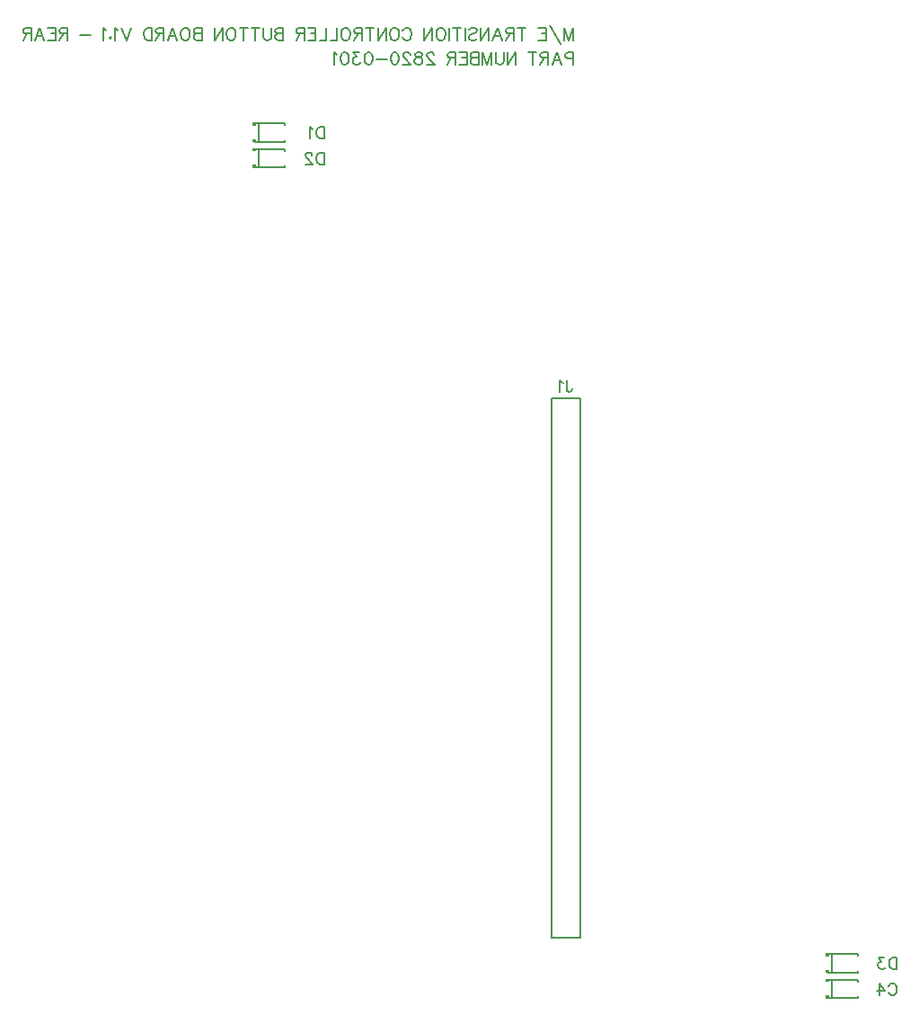
<source format=gbo>
G04 Layer: BottomSilkscreenLayer*
G04 EasyEDA v6.5.29, 2023-07-18 10:18:03*
G04 90495d7994f342159c24a82f0dd90fb3,5a6b42c53f6a479593ecc07194224c93,10*
G04 Gerber Generator version 0.2*
G04 Scale: 100 percent, Rotated: No, Reflected: No *
G04 Dimensions in millimeters *
G04 leading zeros omitted , absolute positions ,4 integer and 5 decimal *
%FSLAX45Y45*%
%MOMM*%

%ADD10C,0.2032*%
%ADD11C,0.1524*%

%LPD*%
D10*
X6007087Y11551066D02*
G01*
X6007087Y11436522D01*
X6007087Y11551066D02*
G01*
X5963450Y11436522D01*
X5919815Y11551066D02*
G01*
X5963450Y11436522D01*
X5919815Y11551066D02*
G01*
X5919815Y11436522D01*
X5785632Y11572885D02*
G01*
X5883816Y11398341D01*
X5749632Y11551066D02*
G01*
X5749632Y11436522D01*
X5749632Y11551066D02*
G01*
X5678723Y11551066D01*
X5749632Y11496522D02*
G01*
X5705998Y11496522D01*
X5749632Y11436522D02*
G01*
X5678723Y11436522D01*
X5520542Y11551066D02*
G01*
X5520542Y11436522D01*
X5558723Y11551066D02*
G01*
X5482361Y11551066D01*
X5446361Y11551066D02*
G01*
X5446361Y11436522D01*
X5446361Y11551066D02*
G01*
X5397271Y11551066D01*
X5380906Y11545613D01*
X5375452Y11540159D01*
X5369996Y11529250D01*
X5369996Y11518341D01*
X5375452Y11507431D01*
X5380906Y11501976D01*
X5397271Y11496522D01*
X5446361Y11496522D01*
X5408178Y11496522D02*
G01*
X5369996Y11436522D01*
X5290360Y11551066D02*
G01*
X5333997Y11436522D01*
X5290360Y11551066D02*
G01*
X5246725Y11436522D01*
X5317634Y11474704D02*
G01*
X5263088Y11474704D01*
X5210726Y11551066D02*
G01*
X5210726Y11436522D01*
X5210726Y11551066D02*
G01*
X5134361Y11436522D01*
X5134361Y11551066D02*
G01*
X5134361Y11436522D01*
X5021999Y11534703D02*
G01*
X5032908Y11545613D01*
X5049271Y11551066D01*
X5071089Y11551066D01*
X5087452Y11545613D01*
X5098361Y11534703D01*
X5098361Y11523794D01*
X5092908Y11512885D01*
X5087452Y11507431D01*
X5076543Y11501976D01*
X5043817Y11491066D01*
X5032908Y11485613D01*
X5027452Y11480159D01*
X5021999Y11469250D01*
X5021999Y11452885D01*
X5032908Y11441977D01*
X5049271Y11436522D01*
X5071089Y11436522D01*
X5087452Y11441977D01*
X5098361Y11452885D01*
X4985999Y11551066D02*
G01*
X4985999Y11436522D01*
X4911816Y11551066D02*
G01*
X4911816Y11436522D01*
X4949997Y11551066D02*
G01*
X4873635Y11551066D01*
X4837635Y11551066D02*
G01*
X4837635Y11436522D01*
X4768908Y11551066D02*
G01*
X4779817Y11545613D01*
X4790727Y11534703D01*
X4796180Y11523794D01*
X4801636Y11507431D01*
X4801636Y11480159D01*
X4796180Y11463794D01*
X4790727Y11452885D01*
X4779817Y11441977D01*
X4768908Y11436522D01*
X4747089Y11436522D01*
X4736180Y11441977D01*
X4725271Y11452885D01*
X4719817Y11463794D01*
X4714361Y11480159D01*
X4714361Y11507431D01*
X4719817Y11523794D01*
X4725271Y11534703D01*
X4736180Y11545613D01*
X4747089Y11551066D01*
X4768908Y11551066D01*
X4678362Y11551066D02*
G01*
X4678362Y11436522D01*
X4678362Y11551066D02*
G01*
X4601999Y11436522D01*
X4601999Y11551066D02*
G01*
X4601999Y11436522D01*
X4400181Y11523794D02*
G01*
X4405635Y11534703D01*
X4416544Y11545613D01*
X4427453Y11551066D01*
X4449272Y11551066D01*
X4460181Y11545613D01*
X4471090Y11534703D01*
X4476544Y11523794D01*
X4482000Y11507431D01*
X4482000Y11480159D01*
X4476544Y11463794D01*
X4471090Y11452885D01*
X4460181Y11441977D01*
X4449272Y11436522D01*
X4427453Y11436522D01*
X4416544Y11441977D01*
X4405635Y11452885D01*
X4400181Y11463794D01*
X4331454Y11551066D02*
G01*
X4342363Y11545613D01*
X4353272Y11534703D01*
X4358726Y11523794D01*
X4364182Y11507431D01*
X4364182Y11480159D01*
X4358726Y11463794D01*
X4353272Y11452885D01*
X4342363Y11441977D01*
X4331454Y11436522D01*
X4309635Y11436522D01*
X4298726Y11441977D01*
X4287817Y11452885D01*
X4282363Y11463794D01*
X4276907Y11480159D01*
X4276907Y11507431D01*
X4282363Y11523794D01*
X4287817Y11534703D01*
X4298726Y11545613D01*
X4309635Y11551066D01*
X4331454Y11551066D01*
X4240908Y11551066D02*
G01*
X4240908Y11436522D01*
X4240908Y11551066D02*
G01*
X4164545Y11436522D01*
X4164545Y11551066D02*
G01*
X4164545Y11436522D01*
X4090362Y11551066D02*
G01*
X4090362Y11436522D01*
X4128546Y11551066D02*
G01*
X4052181Y11551066D01*
X4016181Y11551066D02*
G01*
X4016181Y11436522D01*
X4016181Y11551066D02*
G01*
X3967091Y11551066D01*
X3950728Y11545613D01*
X3945272Y11540159D01*
X3939819Y11529250D01*
X3939819Y11518341D01*
X3945272Y11507431D01*
X3950728Y11501976D01*
X3967091Y11496522D01*
X4016181Y11496522D01*
X3978000Y11496522D02*
G01*
X3939819Y11436522D01*
X3871092Y11551066D02*
G01*
X3882001Y11545613D01*
X3892910Y11534703D01*
X3898364Y11523794D01*
X3903819Y11507431D01*
X3903819Y11480159D01*
X3898364Y11463794D01*
X3892910Y11452885D01*
X3882001Y11441977D01*
X3871092Y11436522D01*
X3849273Y11436522D01*
X3838364Y11441977D01*
X3827454Y11452885D01*
X3822001Y11463794D01*
X3816545Y11480159D01*
X3816545Y11507431D01*
X3822001Y11523794D01*
X3827454Y11534703D01*
X3838364Y11545613D01*
X3849273Y11551066D01*
X3871092Y11551066D01*
X3780546Y11551066D02*
G01*
X3780546Y11436522D01*
X3780546Y11436522D02*
G01*
X3715092Y11436522D01*
X3679090Y11551066D02*
G01*
X3679090Y11436522D01*
X3679090Y11436522D02*
G01*
X3613637Y11436522D01*
X3577638Y11551066D02*
G01*
X3577638Y11436522D01*
X3577638Y11551066D02*
G01*
X3506729Y11551066D01*
X3577638Y11496522D02*
G01*
X3534001Y11496522D01*
X3577638Y11436522D02*
G01*
X3506729Y11436522D01*
X3470729Y11551066D02*
G01*
X3470729Y11436522D01*
X3470729Y11551066D02*
G01*
X3421639Y11551066D01*
X3405273Y11545613D01*
X3399820Y11540159D01*
X3394364Y11529250D01*
X3394364Y11518341D01*
X3399820Y11507431D01*
X3405273Y11501976D01*
X3421639Y11496522D01*
X3470729Y11496522D01*
X3432545Y11496522D02*
G01*
X3394364Y11436522D01*
X3274364Y11551066D02*
G01*
X3274364Y11436522D01*
X3274364Y11551066D02*
G01*
X3225274Y11551066D01*
X3208911Y11545613D01*
X3203455Y11540159D01*
X3198002Y11529250D01*
X3198002Y11518341D01*
X3203455Y11507431D01*
X3208911Y11501976D01*
X3225274Y11496522D01*
X3274364Y11496522D02*
G01*
X3225274Y11496522D01*
X3208911Y11491066D01*
X3203455Y11485613D01*
X3198002Y11474704D01*
X3198002Y11458341D01*
X3203455Y11447432D01*
X3208911Y11441977D01*
X3225274Y11436522D01*
X3274364Y11436522D01*
X3162002Y11551066D02*
G01*
X3162002Y11469250D01*
X3156546Y11452885D01*
X3145637Y11441977D01*
X3129274Y11436522D01*
X3118365Y11436522D01*
X3102002Y11441977D01*
X3091093Y11452885D01*
X3085637Y11469250D01*
X3085637Y11551066D01*
X3011457Y11551066D02*
G01*
X3011457Y11436522D01*
X3049638Y11551066D02*
G01*
X2973275Y11551066D01*
X2899092Y11551066D02*
G01*
X2899092Y11436522D01*
X2937276Y11551066D02*
G01*
X2860911Y11551066D01*
X2792183Y11551066D02*
G01*
X2803093Y11545613D01*
X2814002Y11534703D01*
X2819458Y11523794D01*
X2824911Y11507431D01*
X2824911Y11480159D01*
X2819458Y11463794D01*
X2814002Y11452885D01*
X2803093Y11441977D01*
X2792183Y11436522D01*
X2770365Y11436522D01*
X2759458Y11441977D01*
X2748549Y11452885D01*
X2743093Y11463794D01*
X2737639Y11480159D01*
X2737639Y11507431D01*
X2743093Y11523794D01*
X2748549Y11534703D01*
X2759458Y11545613D01*
X2770365Y11551066D01*
X2792183Y11551066D01*
X2701640Y11551066D02*
G01*
X2701640Y11436522D01*
X2701640Y11551066D02*
G01*
X2625275Y11436522D01*
X2625275Y11551066D02*
G01*
X2625275Y11436522D01*
X2505275Y11551066D02*
G01*
X2505275Y11436522D01*
X2505275Y11551066D02*
G01*
X2456185Y11551066D01*
X2439822Y11545613D01*
X2434366Y11540159D01*
X2428913Y11529250D01*
X2428913Y11518341D01*
X2434366Y11507431D01*
X2439822Y11501976D01*
X2456185Y11496522D01*
X2505275Y11496522D02*
G01*
X2456185Y11496522D01*
X2439822Y11491066D01*
X2434366Y11485613D01*
X2428913Y11474704D01*
X2428913Y11458341D01*
X2434366Y11447432D01*
X2439822Y11441977D01*
X2456185Y11436522D01*
X2505275Y11436522D01*
X2360185Y11551066D02*
G01*
X2371095Y11545613D01*
X2382004Y11534703D01*
X2387457Y11523794D01*
X2392913Y11507431D01*
X2392913Y11480159D01*
X2387457Y11463794D01*
X2382004Y11452885D01*
X2371095Y11441977D01*
X2360185Y11436522D01*
X2338367Y11436522D01*
X2327457Y11441977D01*
X2316548Y11452885D01*
X2311095Y11463794D01*
X2305639Y11480159D01*
X2305639Y11507431D01*
X2311095Y11523794D01*
X2316548Y11534703D01*
X2327457Y11545613D01*
X2338367Y11551066D01*
X2360185Y11551066D01*
X2226005Y11551066D02*
G01*
X2269639Y11436522D01*
X2226005Y11551066D02*
G01*
X2182368Y11436522D01*
X2253277Y11474704D02*
G01*
X2198730Y11474704D01*
X2146368Y11551066D02*
G01*
X2146368Y11436522D01*
X2146368Y11551066D02*
G01*
X2097277Y11551066D01*
X2080912Y11545613D01*
X2075459Y11540159D01*
X2070003Y11529250D01*
X2070003Y11518341D01*
X2075459Y11507431D01*
X2080912Y11501976D01*
X2097277Y11496522D01*
X2146368Y11496522D01*
X2108184Y11496522D02*
G01*
X2070003Y11436522D01*
X2034004Y11551066D02*
G01*
X2034004Y11436522D01*
X2034004Y11551066D02*
G01*
X1995822Y11551066D01*
X1979460Y11545613D01*
X1968550Y11534703D01*
X1963094Y11523794D01*
X1957641Y11507431D01*
X1957641Y11480159D01*
X1963094Y11463794D01*
X1968550Y11452885D01*
X1979460Y11441977D01*
X1995822Y11436522D01*
X2034004Y11436522D01*
X1837641Y11551066D02*
G01*
X1794004Y11436522D01*
X1750367Y11551066D02*
G01*
X1794004Y11436522D01*
X1714367Y11529250D02*
G01*
X1703458Y11534703D01*
X1687095Y11551066D01*
X1687095Y11436522D01*
X1645640Y11463794D02*
G01*
X1651096Y11458341D01*
X1645640Y11452885D01*
X1640187Y11458341D01*
X1645640Y11463794D01*
X1604187Y11529250D02*
G01*
X1593278Y11534703D01*
X1576913Y11551066D01*
X1576913Y11436522D01*
X1456913Y11485613D02*
G01*
X1358732Y11485613D01*
X1238732Y11551066D02*
G01*
X1238732Y11436522D01*
X1238732Y11551066D02*
G01*
X1189642Y11551066D01*
X1173279Y11545613D01*
X1167823Y11540159D01*
X1162370Y11529250D01*
X1162370Y11518341D01*
X1167823Y11507431D01*
X1173279Y11501976D01*
X1189642Y11496522D01*
X1238732Y11496522D01*
X1200551Y11496522D02*
G01*
X1162370Y11436522D01*
X1126370Y11551066D02*
G01*
X1126370Y11436522D01*
X1126370Y11551066D02*
G01*
X1055461Y11551066D01*
X1126370Y11496522D02*
G01*
X1082733Y11496522D01*
X1126370Y11436522D02*
G01*
X1055461Y11436522D01*
X975824Y11551066D02*
G01*
X1019462Y11436522D01*
X975824Y11551066D02*
G01*
X932187Y11436522D01*
X1003096Y11474704D02*
G01*
X948552Y11474704D01*
X896188Y11551066D02*
G01*
X896188Y11436522D01*
X896188Y11551066D02*
G01*
X847097Y11551066D01*
X830734Y11545613D01*
X825279Y11540159D01*
X819825Y11529250D01*
X819825Y11518341D01*
X825279Y11507431D01*
X830734Y11501976D01*
X847097Y11496522D01*
X896188Y11496522D01*
X858006Y11496522D02*
G01*
X819825Y11436522D01*
X6007087Y11322466D02*
G01*
X6007087Y11207922D01*
X6007087Y11322466D02*
G01*
X5957996Y11322466D01*
X5941634Y11317013D01*
X5936178Y11311559D01*
X5930724Y11300650D01*
X5930724Y11284285D01*
X5936178Y11273375D01*
X5941634Y11267922D01*
X5957996Y11262466D01*
X6007087Y11262466D01*
X5851088Y11322466D02*
G01*
X5894722Y11207922D01*
X5851088Y11322466D02*
G01*
X5807450Y11207922D01*
X5878360Y11246104D02*
G01*
X5823816Y11246104D01*
X5771451Y11322466D02*
G01*
X5771451Y11207922D01*
X5771451Y11322466D02*
G01*
X5722360Y11322466D01*
X5705998Y11317013D01*
X5700542Y11311559D01*
X5695088Y11300650D01*
X5695088Y11289741D01*
X5700542Y11278831D01*
X5705998Y11273375D01*
X5722360Y11267922D01*
X5771451Y11267922D01*
X5733270Y11267922D02*
G01*
X5695088Y11207922D01*
X5620905Y11322466D02*
G01*
X5620905Y11207922D01*
X5659086Y11322466D02*
G01*
X5582724Y11322466D01*
X5462724Y11322466D02*
G01*
X5462724Y11207922D01*
X5462724Y11322466D02*
G01*
X5386362Y11207922D01*
X5386362Y11322466D02*
G01*
X5386362Y11207922D01*
X5350360Y11322466D02*
G01*
X5350360Y11240650D01*
X5344906Y11224285D01*
X5333997Y11213376D01*
X5317634Y11207922D01*
X5306725Y11207922D01*
X5290360Y11213376D01*
X5279453Y11224285D01*
X5273997Y11240650D01*
X5273997Y11322466D01*
X5237998Y11322466D02*
G01*
X5237998Y11207922D01*
X5237998Y11322466D02*
G01*
X5194360Y11207922D01*
X5150726Y11322466D02*
G01*
X5194360Y11207922D01*
X5150726Y11322466D02*
G01*
X5150726Y11207922D01*
X5114724Y11322466D02*
G01*
X5114724Y11207922D01*
X5114724Y11322466D02*
G01*
X5065633Y11322466D01*
X5049271Y11317013D01*
X5043817Y11311559D01*
X5038361Y11300650D01*
X5038361Y11289741D01*
X5043817Y11278831D01*
X5049271Y11273375D01*
X5065633Y11267922D01*
X5114724Y11267922D02*
G01*
X5065633Y11267922D01*
X5049271Y11262466D01*
X5043817Y11257013D01*
X5038361Y11246104D01*
X5038361Y11229741D01*
X5043817Y11218832D01*
X5049271Y11213376D01*
X5065633Y11207922D01*
X5114724Y11207922D01*
X5002362Y11322466D02*
G01*
X5002362Y11207922D01*
X5002362Y11322466D02*
G01*
X4931453Y11322466D01*
X5002362Y11267922D02*
G01*
X4958725Y11267922D01*
X5002362Y11207922D02*
G01*
X4931453Y11207922D01*
X4895453Y11322466D02*
G01*
X4895453Y11207922D01*
X4895453Y11322466D02*
G01*
X4846363Y11322466D01*
X4829997Y11317013D01*
X4824544Y11311559D01*
X4819088Y11300650D01*
X4819088Y11289741D01*
X4824544Y11278831D01*
X4829997Y11273375D01*
X4846363Y11267922D01*
X4895453Y11267922D01*
X4857272Y11267922D02*
G01*
X4819088Y11207922D01*
X4693635Y11295194D02*
G01*
X4693635Y11300650D01*
X4688179Y11311559D01*
X4682726Y11317013D01*
X4671816Y11322466D01*
X4649998Y11322466D01*
X4639089Y11317013D01*
X4633635Y11311559D01*
X4628179Y11300650D01*
X4628179Y11289741D01*
X4633635Y11278831D01*
X4644544Y11262466D01*
X4699088Y11207922D01*
X4622726Y11207922D01*
X4559454Y11322466D02*
G01*
X4575817Y11317013D01*
X4581270Y11306103D01*
X4581270Y11295194D01*
X4575817Y11284285D01*
X4564908Y11278831D01*
X4543089Y11273375D01*
X4526727Y11267922D01*
X4515817Y11257013D01*
X4510361Y11246104D01*
X4510361Y11229741D01*
X4515817Y11218832D01*
X4521271Y11213376D01*
X4537636Y11207922D01*
X4559454Y11207922D01*
X4575817Y11213376D01*
X4581270Y11218832D01*
X4586726Y11229741D01*
X4586726Y11246104D01*
X4581270Y11257013D01*
X4570361Y11267922D01*
X4553999Y11273375D01*
X4532180Y11278831D01*
X4521271Y11284285D01*
X4515817Y11295194D01*
X4515817Y11306103D01*
X4521271Y11317013D01*
X4537636Y11322466D01*
X4559454Y11322466D01*
X4468909Y11295194D02*
G01*
X4468909Y11300650D01*
X4463453Y11311559D01*
X4457999Y11317013D01*
X4447090Y11322466D01*
X4425271Y11322466D01*
X4414362Y11317013D01*
X4408909Y11311559D01*
X4403453Y11300650D01*
X4403453Y11289741D01*
X4408909Y11278831D01*
X4419818Y11262466D01*
X4474362Y11207922D01*
X4397999Y11207922D01*
X4329272Y11322466D02*
G01*
X4345635Y11317013D01*
X4356544Y11300650D01*
X4362000Y11273375D01*
X4362000Y11257013D01*
X4356544Y11229741D01*
X4345635Y11213376D01*
X4329272Y11207922D01*
X4318363Y11207922D01*
X4302000Y11213376D01*
X4291091Y11229741D01*
X4285635Y11257013D01*
X4285635Y11273375D01*
X4291091Y11300650D01*
X4302000Y11317013D01*
X4318363Y11322466D01*
X4329272Y11322466D01*
X4249635Y11257013D02*
G01*
X4151454Y11257013D01*
X4082727Y11322466D02*
G01*
X4099090Y11317013D01*
X4109999Y11300650D01*
X4115455Y11273375D01*
X4115455Y11257013D01*
X4109999Y11229741D01*
X4099090Y11213376D01*
X4082727Y11207922D01*
X4071818Y11207922D01*
X4055455Y11213376D01*
X4044546Y11229741D01*
X4039090Y11257013D01*
X4039090Y11273375D01*
X4044546Y11300650D01*
X4055455Y11317013D01*
X4071818Y11322466D01*
X4082727Y11322466D01*
X3992181Y11322466D02*
G01*
X3932181Y11322466D01*
X3964909Y11278831D01*
X3948546Y11278831D01*
X3937637Y11273375D01*
X3932181Y11267922D01*
X3926728Y11251559D01*
X3926728Y11240650D01*
X3932181Y11224285D01*
X3943090Y11213376D01*
X3959456Y11207922D01*
X3975818Y11207922D01*
X3992181Y11213376D01*
X3997637Y11218832D01*
X4003090Y11229741D01*
X3858000Y11322466D02*
G01*
X3874363Y11317013D01*
X3885272Y11300650D01*
X3890728Y11273375D01*
X3890728Y11257013D01*
X3885272Y11229741D01*
X3874363Y11213376D01*
X3858000Y11207922D01*
X3847091Y11207922D01*
X3830728Y11213376D01*
X3819819Y11229741D01*
X3814363Y11257013D01*
X3814363Y11273375D01*
X3819819Y11300650D01*
X3830728Y11317013D01*
X3847091Y11322466D01*
X3858000Y11322466D01*
X3778364Y11300650D02*
G01*
X3767454Y11306103D01*
X3751092Y11322466D01*
X3751092Y11207922D01*
D11*
X8977149Y2527757D02*
G01*
X8982346Y2538148D01*
X8992737Y2548539D01*
X9003126Y2553733D01*
X9023908Y2553733D01*
X9034299Y2548539D01*
X9044691Y2538148D01*
X9049887Y2527757D01*
X9055082Y2512169D01*
X9055082Y2486192D01*
X9049887Y2470607D01*
X9044691Y2460216D01*
X9034299Y2449824D01*
X9023908Y2444630D01*
X9003126Y2444630D01*
X8992737Y2449824D01*
X8982346Y2460216D01*
X8977149Y2470607D01*
X8890906Y2553733D02*
G01*
X8942859Y2480998D01*
X8864927Y2480998D01*
X8890906Y2553733D02*
G01*
X8890906Y2444630D01*
X9055082Y2795033D02*
G01*
X9055082Y2685930D01*
X9055082Y2795033D02*
G01*
X9018714Y2795033D01*
X9003126Y2789839D01*
X8992737Y2779448D01*
X8987541Y2769057D01*
X8982346Y2753469D01*
X8982346Y2727492D01*
X8987541Y2711907D01*
X8992737Y2701516D01*
X9003126Y2691124D01*
X9018714Y2685930D01*
X9055082Y2685930D01*
X8937665Y2795033D02*
G01*
X8880515Y2795033D01*
X8911686Y2753469D01*
X8896101Y2753469D01*
X8885709Y2748274D01*
X8880515Y2743080D01*
X8875318Y2727492D01*
X8875318Y2717101D01*
X8880515Y2701516D01*
X8890906Y2691124D01*
X8906492Y2685930D01*
X8922077Y2685930D01*
X8937665Y2691124D01*
X8942859Y2696319D01*
X8948056Y2706710D01*
X5942431Y8230623D02*
G01*
X5942431Y8147497D01*
X5947628Y8131909D01*
X5952822Y8126714D01*
X5963213Y8121520D01*
X5973605Y8121520D01*
X5983996Y8126714D01*
X5989193Y8131909D01*
X5994387Y8147497D01*
X5994387Y8157888D01*
X5908141Y8209841D02*
G01*
X5897752Y8215038D01*
X5882165Y8230623D01*
X5882165Y8121520D01*
X3657600Y10618238D02*
G01*
X3657600Y10509135D01*
X3657600Y10618238D02*
G01*
X3621232Y10618238D01*
X3605644Y10613044D01*
X3595255Y10602653D01*
X3590058Y10592262D01*
X3584864Y10576674D01*
X3584864Y10550697D01*
X3590058Y10535112D01*
X3595255Y10524721D01*
X3605644Y10514329D01*
X3621232Y10509135D01*
X3657600Y10509135D01*
X3550574Y10597456D02*
G01*
X3540183Y10602653D01*
X3524595Y10618238D01*
X3524595Y10509135D01*
X3657600Y10376938D02*
G01*
X3657600Y10267835D01*
X3657600Y10376938D02*
G01*
X3621232Y10376938D01*
X3605644Y10371744D01*
X3595255Y10361353D01*
X3590058Y10350962D01*
X3584864Y10335374D01*
X3584864Y10309397D01*
X3590058Y10293812D01*
X3595255Y10283421D01*
X3605644Y10273029D01*
X3621232Y10267835D01*
X3657600Y10267835D01*
X3545377Y10350962D02*
G01*
X3545377Y10356156D01*
X3540183Y10366547D01*
X3534986Y10371744D01*
X3524595Y10376938D01*
X3503815Y10376938D01*
X3493424Y10371744D01*
X3488227Y10366547D01*
X3483033Y10356156D01*
X3483033Y10345765D01*
X3488227Y10335374D01*
X3498618Y10319788D01*
X3550574Y10267835D01*
X3477836Y10267835D01*
G36*
X8383625Y2437180D02*
G01*
X8383625Y2407666D01*
X8414105Y2407666D01*
X8414105Y2437180D01*
G37*
G36*
X8383625Y2596134D02*
G01*
X8383625Y2566619D01*
X8414105Y2566619D01*
X8414105Y2596134D01*
G37*
G36*
X8383625Y2678480D02*
G01*
X8383625Y2648966D01*
X8414105Y2648966D01*
X8414105Y2678480D01*
G37*
G36*
X8383625Y2837434D02*
G01*
X8383625Y2807919D01*
X8414105Y2807919D01*
X8414105Y2837434D01*
G37*
G36*
X2986125Y10501680D02*
G01*
X2986125Y10472166D01*
X3016605Y10472166D01*
X3016605Y10501680D01*
G37*
G36*
X2986125Y10660634D02*
G01*
X2986125Y10631119D01*
X3016605Y10631119D01*
X3016605Y10660634D01*
G37*
G36*
X2986125Y10260380D02*
G01*
X2986125Y10230866D01*
X3016605Y10230866D01*
X3016605Y10260380D01*
G37*
G36*
X2986125Y10419334D02*
G01*
X2986125Y10389819D01*
X3016605Y10389819D01*
X3016605Y10419334D01*
G37*
X8406462Y2415275D02*
G01*
X8687701Y2415275D01*
X8687701Y2415275D02*
G01*
X8687701Y2432075D01*
X8406462Y2588513D02*
G01*
X8687701Y2588513D01*
X8687701Y2588513D02*
G01*
X8687701Y2571714D01*
X8442152Y2415275D02*
G01*
X8442152Y2588513D01*
X8406462Y2656575D02*
G01*
X8687701Y2656575D01*
X8687701Y2656575D02*
G01*
X8687701Y2673375D01*
X8406462Y2829813D02*
G01*
X8687701Y2829813D01*
X8687701Y2829813D02*
G01*
X8687701Y2813014D01*
X8442152Y2656575D02*
G01*
X8442152Y2829813D01*
D10*
X6057887Y8064489D02*
G01*
X6070587Y8064489D01*
X6070587Y2984489D01*
X5803887Y2984489D01*
X5803887Y8064489D01*
X6057887Y8064489D01*
D11*
X3008980Y10479780D02*
G01*
X3290219Y10479780D01*
X3290219Y10479780D02*
G01*
X3290219Y10496580D01*
X3008980Y10653019D02*
G01*
X3290219Y10653019D01*
X3290219Y10653019D02*
G01*
X3290219Y10636219D01*
X3044670Y10479780D02*
G01*
X3044670Y10653019D01*
X3008980Y10238480D02*
G01*
X3290219Y10238480D01*
X3290219Y10238480D02*
G01*
X3290219Y10255280D01*
X3008980Y10411719D02*
G01*
X3290219Y10411719D01*
X3290219Y10411719D02*
G01*
X3290219Y10394919D01*
X3044670Y10238480D02*
G01*
X3044670Y10411719D01*
M02*

</source>
